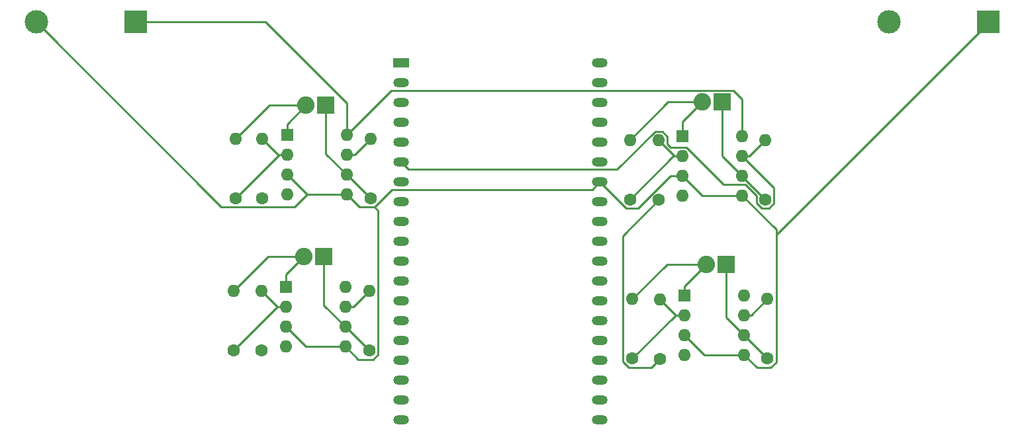
<source format=gbr>
%TF.GenerationSoftware,KiCad,Pcbnew,(7.0.0-0)*%
%TF.CreationDate,2023-03-03T08:57:52+01:00*%
%TF.ProjectId,sensor_circuit_board_esp32,73656e73-6f72-45f6-9369-72637569745f,rev?*%
%TF.SameCoordinates,Original*%
%TF.FileFunction,Copper,L2,Bot*%
%TF.FilePolarity,Positive*%
%FSLAX46Y46*%
G04 Gerber Fmt 4.6, Leading zero omitted, Abs format (unit mm)*
G04 Created by KiCad (PCBNEW (7.0.0-0)) date 2023-03-03 08:57:52*
%MOMM*%
%LPD*%
G01*
G04 APERTURE LIST*
%TA.AperFunction,ComponentPad*%
%ADD10C,1.600000*%
%TD*%
%TA.AperFunction,ComponentPad*%
%ADD11O,1.600000X1.600000*%
%TD*%
%TA.AperFunction,ComponentPad*%
%ADD12R,3.000000X3.000000*%
%TD*%
%TA.AperFunction,ComponentPad*%
%ADD13C,3.000000*%
%TD*%
%TA.AperFunction,ComponentPad*%
%ADD14R,1.600000X1.600000*%
%TD*%
%TA.AperFunction,ComponentPad*%
%ADD15R,2.000000X1.200000*%
%TD*%
%TA.AperFunction,ComponentPad*%
%ADD16O,2.000000X1.200000*%
%TD*%
%TA.AperFunction,ComponentPad*%
%ADD17R,2.240000X2.240000*%
%TD*%
%TA.AperFunction,ComponentPad*%
%ADD18O,2.240000X2.240000*%
%TD*%
%TA.AperFunction,Conductor*%
%ADD19C,0.250000*%
%TD*%
G04 APERTURE END LIST*
D10*
%TO.P,R6,1*%
%TO.N,Net-(U5-3V3)*%
X165918000Y-94892000D03*
D11*
%TO.P,R6,2*%
%TO.N,Net-(U3A--)*%
X165917999Y-87271999D03*
%TD*%
D12*
%TO.P,BT1,1,+*%
%TO.N,Net-(BT1-+)*%
X98979999Y-72099999D03*
D13*
%TO.P,BT1,2,-*%
%TO.N,Net-(BT1--)*%
X86280000Y-72100000D03*
%TD*%
D10*
%TO.P,R12,1*%
%TO.N,Net-(U4B--)*%
X179810000Y-115220000D03*
D11*
%TO.P,R12,2*%
%TO.N,Net-(U5-VDET_1{slash}GPIO34{slash}ADC1_CH6)*%
X179809999Y-107599999D03*
%TD*%
D14*
%TO.P,U1,1*%
%TO.N,Net-(R2-Pad2)*%
X118369999Y-86559999D03*
D11*
%TO.P,U1,2,-*%
%TO.N,Net-(U1A--)*%
X118369999Y-89099999D03*
%TO.P,U1,3,+*%
%TO.N,Net-(BT1--)*%
X118369999Y-91639999D03*
%TO.P,U1,4,V-*%
%TO.N,Net-(BT2--)*%
X118369999Y-94179999D03*
%TO.P,U1,5,+*%
%TO.N,Net-(BT1--)*%
X125989999Y-94179999D03*
%TO.P,U1,6,-*%
%TO.N,Net-(U1B--)*%
X125989999Y-91639999D03*
%TO.P,U1,7*%
%TO.N,Net-(U5-32K_XN{slash}GPIO33{slash}ADC1_CH5)*%
X125989999Y-89099999D03*
%TO.P,U1,8,V+*%
%TO.N,Net-(BT1-+)*%
X125989999Y-86559999D03*
%TD*%
D10*
%TO.P,R5,1*%
%TO.N,Net-(U2A--)*%
X111552000Y-114188000D03*
D11*
%TO.P,R5,2*%
%TO.N,Net-(R5-Pad2)*%
X111551999Y-106567999D03*
%TD*%
D15*
%TO.P,U5,1,3V3*%
%TO.N,Net-(U5-3V3)*%
X132989999Y-77366559D03*
D16*
%TO.P,U5,2,CHIP_PU*%
%TO.N,unconnected-(U5-CHIP_PU-Pad2)*%
X132989999Y-79906559D03*
%TO.P,U5,3,SENSOR_VP/GPIO36/ADC1_CH0*%
%TO.N,unconnected-(U5-SENSOR_VP{slash}GPIO36{slash}ADC1_CH0-Pad3)*%
X132989999Y-82446559D03*
%TO.P,U5,4,SENSOR_VN/GPIO39/ADC1_CH3*%
%TO.N,unconnected-(U5-SENSOR_VN{slash}GPIO39{slash}ADC1_CH3-Pad4)*%
X132989999Y-84986559D03*
%TO.P,U5,5,VDET_1/GPIO34/ADC1_CH6*%
%TO.N,Net-(U5-VDET_1{slash}GPIO34{slash}ADC1_CH6)*%
X132989999Y-87526559D03*
%TO.P,U5,6,VDET_2/GPIO35/ADC1_CH7*%
%TO.N,Net-(U5-VDET_2{slash}GPIO35{slash}ADC1_CH7)*%
X132989999Y-90066559D03*
%TO.P,U5,7,32K_XP/GPIO32/ADC1_CH4*%
%TO.N,Net-(U5-32K_XP{slash}GPIO32{slash}ADC1_CH4)*%
X132989999Y-92606559D03*
%TO.P,U5,8,32K_XN/GPIO33/ADC1_CH5*%
%TO.N,Net-(U5-32K_XN{slash}GPIO33{slash}ADC1_CH5)*%
X132989999Y-95146559D03*
%TO.P,U5,9,DAC_1/ADC2_CH8/GPIO25*%
%TO.N,unconnected-(U5-DAC_1{slash}ADC2_CH8{slash}GPIO25-Pad9)*%
X132989999Y-97686559D03*
%TO.P,U5,10,DAC_2/ADC2_CH9/GPIO26*%
%TO.N,unconnected-(U5-DAC_2{slash}ADC2_CH9{slash}GPIO26-Pad10)*%
X132989999Y-100226559D03*
%TO.P,U5,11,ADC2_CH7/GPIO27*%
%TO.N,unconnected-(U5-ADC2_CH7{slash}GPIO27-Pad11)*%
X132989999Y-102766559D03*
%TO.P,U5,12,MTMS/GPIO14/ADC2_CH6*%
%TO.N,unconnected-(U5-MTMS{slash}GPIO14{slash}ADC2_CH6-Pad12)*%
X132989999Y-105306559D03*
%TO.P,U5,13,\u002AMTDI/GPIO12/ADC2_CH5*%
%TO.N,unconnected-(U5-\u002AMTDI{slash}GPIO12{slash}ADC2_CH5-Pad13)*%
X132989999Y-107846559D03*
%TO.P,U5,14,GND*%
%TO.N,unconnected-(U5-GND-Pad14)*%
X132989999Y-110386559D03*
%TO.P,U5,15,MTCK/GPIO13/ADC2_CH4*%
%TO.N,unconnected-(U5-MTCK{slash}GPIO13{slash}ADC2_CH4-Pad15)*%
X132989999Y-112926559D03*
%TO.P,U5,16,SD_DATA2/GPIO9*%
%TO.N,unconnected-(U5-SD_DATA2{slash}GPIO9-Pad16)*%
X132989999Y-115466559D03*
%TO.P,U5,17,SD_DATA3/GPIO10*%
%TO.N,unconnected-(U5-SD_DATA3{slash}GPIO10-Pad17)*%
X132989999Y-118006559D03*
%TO.P,U5,18,CMD*%
%TO.N,unconnected-(U5-CMD-Pad18)*%
X132989999Y-120546559D03*
%TO.P,U5,19,5V*%
%TO.N,unconnected-(U5-5V-Pad19)*%
X132989999Y-123086559D03*
%TO.P,U5,20,SD_CLK/GPIO6*%
%TO.N,unconnected-(U5-SD_CLK{slash}GPIO6-Pad20)*%
X158386319Y-123083839D03*
%TO.P,U5,21,SD_DATA0/GPIO7*%
%TO.N,unconnected-(U5-SD_DATA0{slash}GPIO7-Pad21)*%
X158386319Y-120543839D03*
%TO.P,U5,22,SD_DATA1/GPIO8*%
%TO.N,unconnected-(U5-SD_DATA1{slash}GPIO8-Pad22)*%
X158389999Y-118006559D03*
%TO.P,U5,23,\u002AMTDO/GPIO15/ADC2_CH3*%
%TO.N,unconnected-(U5-\u002AMTDO{slash}GPIO15{slash}ADC2_CH3-Pad23)*%
X158389999Y-115466559D03*
%TO.P,U5,24,ADC2_CH2/\u002AGPIO2*%
%TO.N,unconnected-(U5-ADC2_CH2{slash}\u002AGPIO2-Pad24)*%
X158389999Y-112926559D03*
%TO.P,U5,25,\u002AGPIO0/BOOT/ADC2_CH1*%
%TO.N,unconnected-(U5-\u002AGPIO0{slash}BOOT{slash}ADC2_CH1-Pad25)*%
X158389999Y-110386559D03*
%TO.P,U5,26,ADC2_CH0/GPIO4*%
%TO.N,unconnected-(U5-ADC2_CH0{slash}GPIO4-Pad26)*%
X158389999Y-107846559D03*
%TO.P,U5,27,GPIO16*%
%TO.N,unconnected-(U5-GPIO16-Pad27)*%
X158389999Y-105306559D03*
%TO.P,U5,28,GPIO17*%
%TO.N,unconnected-(U5-GPIO17-Pad28)*%
X158389999Y-102766559D03*
%TO.P,U5,29,\u002AGPIO5*%
%TO.N,unconnected-(U5-\u002AGPIO5-Pad29)*%
X158389999Y-100226559D03*
%TO.P,U5,30,GPIO18*%
%TO.N,unconnected-(U5-GPIO18-Pad30)*%
X158389999Y-97686559D03*
%TO.P,U5,31,GPIO19*%
%TO.N,unconnected-(U5-GPIO19-Pad31)*%
X158389999Y-95146559D03*
%TO.P,U5,32,GND*%
%TO.N,Net-(BT1--)*%
X158389999Y-92606559D03*
%TO.P,U5,33,GPIO21*%
%TO.N,unconnected-(U5-GPIO21-Pad33)*%
X158389999Y-90066559D03*
%TO.P,U5,34,U0RXD/GPIO3*%
%TO.N,unconnected-(U5-U0RXD{slash}GPIO3-Pad34)*%
X158389999Y-87526559D03*
%TO.P,U5,35,U0TXD/GPIO1*%
%TO.N,unconnected-(U5-U0TXD{slash}GPIO1-Pad35)*%
X158389999Y-84986559D03*
%TO.P,U5,36,GPIO22*%
%TO.N,unconnected-(U5-GPIO22-Pad36)*%
X158389999Y-82446559D03*
%TO.P,U5,37,GPIO23*%
%TO.N,unconnected-(U5-GPIO23-Pad37)*%
X158389999Y-79906559D03*
%TO.P,U5,38,GND*%
%TO.N,unconnected-(U5-GND-Pad38)*%
X158389999Y-77366559D03*
%TD*%
D10*
%TO.P,R3,1*%
%TO.N,Net-(U5-3V3)*%
X115132000Y-114178000D03*
D11*
%TO.P,R3,2*%
%TO.N,Net-(U2A--)*%
X115131999Y-106557999D03*
%TD*%
D14*
%TO.P,U4,1*%
%TO.N,Net-(R11-Pad2)*%
X169209999Y-107129999D03*
D11*
%TO.P,U4,2,-*%
%TO.N,Net-(U4A--)*%
X169209999Y-109669999D03*
%TO.P,U4,3,+*%
%TO.N,Net-(BT1--)*%
X169209999Y-112209999D03*
%TO.P,U4,4,V-*%
%TO.N,Net-(BT2--)*%
X169209999Y-114749999D03*
%TO.P,U4,5,+*%
%TO.N,Net-(BT1--)*%
X176829999Y-114749999D03*
%TO.P,U4,6,-*%
%TO.N,Net-(U4B--)*%
X176829999Y-112209999D03*
%TO.P,U4,7*%
%TO.N,Net-(U5-VDET_1{slash}GPIO34{slash}ADC1_CH6)*%
X176829999Y-109669999D03*
%TO.P,U4,8,V+*%
%TO.N,Net-(BT1-+)*%
X176829999Y-107129999D03*
%TD*%
D10*
%TO.P,R10,1*%
%TO.N,Net-(U3B--)*%
X179548000Y-94852000D03*
D11*
%TO.P,R10,2*%
%TO.N,Net-(U5-VDET_2{slash}GPIO35{slash}ADC1_CH7)*%
X179547999Y-87231999D03*
%TD*%
D10*
%TO.P,R4,1*%
%TO.N,Net-(U1B--)*%
X129100000Y-94690000D03*
D11*
%TO.P,R4,2*%
%TO.N,Net-(U5-32K_XN{slash}GPIO33{slash}ADC1_CH5)*%
X129099999Y-87069999D03*
%TD*%
D14*
%TO.P,U2,1*%
%TO.N,Net-(R5-Pad2)*%
X118219999Y-106059999D03*
D11*
%TO.P,U2,2,-*%
%TO.N,Net-(U2A--)*%
X118219999Y-108599999D03*
%TO.P,U2,3,+*%
%TO.N,Net-(BT1--)*%
X118219999Y-111139999D03*
%TO.P,U2,4,V-*%
%TO.N,Net-(BT2--)*%
X118219999Y-113679999D03*
%TO.P,U2,5,+*%
%TO.N,Net-(BT1--)*%
X125839999Y-113679999D03*
%TO.P,U2,6,-*%
%TO.N,Net-(U2B--)*%
X125839999Y-111139999D03*
%TO.P,U2,7*%
%TO.N,Net-(U5-32K_XP{slash}GPIO32{slash}ADC1_CH4)*%
X125839999Y-108599999D03*
%TO.P,U2,8,V+*%
%TO.N,Net-(BT1-+)*%
X125839999Y-106059999D03*
%TD*%
D10*
%TO.P,R11,1*%
%TO.N,Net-(U4A--)*%
X162520000Y-115230000D03*
D11*
%TO.P,R11,2*%
%TO.N,Net-(R11-Pad2)*%
X162519999Y-107609999D03*
%TD*%
D12*
%TO.P,BT2,1,+*%
%TO.N,Net-(BT1--)*%
X208039999Y-72129999D03*
D13*
%TO.P,BT2,2,-*%
%TO.N,Net-(BT2--)*%
X195340000Y-72130000D03*
%TD*%
D10*
%TO.P,R9,1*%
%TO.N,Net-(U5-3V3)*%
X166060000Y-115240000D03*
D11*
%TO.P,R9,2*%
%TO.N,Net-(U4A--)*%
X166059999Y-107619999D03*
%TD*%
D17*
%TO.P,Rs4,1*%
%TO.N,Net-(U4B--)*%
X174539999Y-103159999D03*
D18*
%TO.P,Rs4,2*%
%TO.N,Net-(R11-Pad2)*%
X171999999Y-103159999D03*
%TD*%
D10*
%TO.P,R1,1*%
%TO.N,Net-(U5-3V3)*%
X115150000Y-94670000D03*
D11*
%TO.P,R1,2*%
%TO.N,Net-(U1A--)*%
X115149999Y-87049999D03*
%TD*%
D17*
%TO.P,Rs1,1*%
%TO.N,Net-(U1B--)*%
X123339999Y-82749999D03*
D18*
%TO.P,Rs1,2*%
%TO.N,Net-(R2-Pad2)*%
X120799999Y-82749999D03*
%TD*%
D10*
%TO.P,R2,1*%
%TO.N,Net-(U1A--)*%
X111820000Y-94670000D03*
D11*
%TO.P,R2,2*%
%TO.N,Net-(R2-Pad2)*%
X111819999Y-87049999D03*
%TD*%
D10*
%TO.P,R7,1*%
%TO.N,Net-(U2B--)*%
X128912000Y-114218000D03*
D11*
%TO.P,R7,2*%
%TO.N,Net-(U5-32K_XP{slash}GPIO32{slash}ADC1_CH4)*%
X128911999Y-106597999D03*
%TD*%
D14*
%TO.P,U3,1*%
%TO.N,Net-(R8-Pad2)*%
X168969999Y-86749999D03*
D11*
%TO.P,U3,2,-*%
%TO.N,Net-(U3A--)*%
X168969999Y-89289999D03*
%TO.P,U3,3,+*%
%TO.N,Net-(BT1--)*%
X168969999Y-91829999D03*
%TO.P,U3,4,V-*%
%TO.N,Net-(BT2--)*%
X168969999Y-94369999D03*
%TO.P,U3,5,+*%
%TO.N,Net-(BT1--)*%
X176589999Y-94369999D03*
%TO.P,U3,6,-*%
%TO.N,Net-(U3B--)*%
X176589999Y-91829999D03*
%TO.P,U3,7*%
%TO.N,Net-(U5-VDET_2{slash}GPIO35{slash}ADC1_CH7)*%
X176589999Y-89289999D03*
%TO.P,U3,8,V+*%
%TO.N,Net-(BT1-+)*%
X176589999Y-86749999D03*
%TD*%
D17*
%TO.P,Rs2,1*%
%TO.N,Net-(U2B--)*%
X123091999Y-102147999D03*
D18*
%TO.P,Rs2,2*%
%TO.N,Net-(R5-Pad2)*%
X120551999Y-102147999D03*
%TD*%
D17*
%TO.P,Rs3,1*%
%TO.N,Net-(U3B--)*%
X174047999Y-82331999D03*
D18*
%TO.P,Rs3,2*%
%TO.N,Net-(R8-Pad2)*%
X171507999Y-82331999D03*
%TD*%
D10*
%TO.P,R8,1*%
%TO.N,Net-(U3A--)*%
X162228000Y-94852000D03*
D11*
%TO.P,R8,2*%
%TO.N,Net-(R8-Pad2)*%
X162227999Y-87231999D03*
%TD*%
D19*
%TO.N,Net-(BT1-+)*%
X115580000Y-72100000D02*
X98980000Y-72100000D01*
X125990000Y-86560000D02*
X125990000Y-82510000D01*
X125990000Y-82510000D02*
X115580000Y-72100000D01*
X131663000Y-80887000D02*
X175493000Y-80887000D01*
X125990000Y-86560000D02*
X131663000Y-80887000D01*
X176590000Y-81984000D02*
X176590000Y-86750000D01*
X175493000Y-80887000D02*
X176590000Y-81984000D01*
%TO.N,Net-(BT1--)*%
X130037000Y-114683991D02*
X130037000Y-96286009D01*
X158390000Y-92606560D02*
X161760440Y-95977000D01*
X120910000Y-94180000D02*
X118370000Y-91640000D01*
X176590000Y-94370000D02*
X180935000Y-98715000D01*
X180935000Y-115685991D02*
X180200991Y-116420000D01*
X127503000Y-115343000D02*
X129377991Y-115343000D01*
X163242009Y-95977000D02*
X167389009Y-91830000D01*
X109975000Y-95795000D02*
X119295000Y-95795000D01*
X120760000Y-113680000D02*
X118220000Y-111140000D01*
X208040000Y-72285000D02*
X180935000Y-99390000D01*
X167389009Y-91830000D02*
X168970000Y-91830000D01*
X119295000Y-95795000D02*
X120910000Y-94180000D01*
X125840000Y-113680000D02*
X120760000Y-113680000D01*
X176590000Y-94370000D02*
X171510000Y-94370000D01*
X171750000Y-114750000D02*
X169210000Y-112210000D01*
X161760440Y-95977000D02*
X163242009Y-95977000D01*
X171510000Y-94370000D02*
X168970000Y-91830000D01*
X125840000Y-113680000D02*
X127503000Y-115343000D01*
X125990000Y-94180000D02*
X120910000Y-94180000D01*
X208040000Y-72130000D02*
X208040000Y-72285000D01*
X129565991Y-95815000D02*
X127625000Y-95815000D01*
X180935000Y-98715000D02*
X180935000Y-99390000D01*
X157431560Y-93565000D02*
X131815991Y-93565000D01*
X127625000Y-95815000D02*
X125990000Y-94180000D01*
X178500000Y-116420000D02*
X176830000Y-114750000D01*
X129377991Y-115343000D02*
X130037000Y-114683991D01*
X158390000Y-92606560D02*
X157431560Y-93565000D01*
X180200991Y-116420000D02*
X178500000Y-116420000D01*
X176830000Y-114750000D02*
X171750000Y-114750000D01*
X130037000Y-96286009D02*
X129565991Y-95815000D01*
X86280000Y-72100000D02*
X109975000Y-95795000D01*
X180935000Y-99390000D02*
X180935000Y-115685991D01*
X131815991Y-93565000D02*
X129565991Y-95815000D01*
%TO.N,Net-(U5-3V3)*%
X161320000Y-99490000D02*
X165918000Y-94892000D01*
X166060000Y-115240000D02*
X164945000Y-116355000D01*
X161320000Y-115620991D02*
X161320000Y-99490000D01*
X162054009Y-116355000D02*
X161320000Y-115620991D01*
X164945000Y-116355000D02*
X162054009Y-116355000D01*
%TO.N,Net-(U1A--)*%
X117200000Y-89100000D02*
X115150000Y-87050000D01*
X117390000Y-89100000D02*
X118370000Y-89100000D01*
X118370000Y-89100000D02*
X117200000Y-89100000D01*
X111820000Y-94670000D02*
X117390000Y-89100000D01*
%TO.N,Net-(R2-Pad2)*%
X111820000Y-87050000D02*
X116120000Y-82750000D01*
X118370000Y-86560000D02*
X118370000Y-85180000D01*
X118370000Y-85180000D02*
X120800000Y-82750000D01*
X116120000Y-82750000D02*
X120800000Y-82750000D01*
%TO.N,Net-(U2A--)*%
X111552000Y-114188000D02*
X117140000Y-108600000D01*
X117174000Y-108600000D02*
X118220000Y-108600000D01*
X117140000Y-108600000D02*
X118220000Y-108600000D01*
X115132000Y-106558000D02*
X117174000Y-108600000D01*
%TO.N,Net-(U1B--)*%
X123340000Y-88990000D02*
X125990000Y-91640000D01*
X126050000Y-91640000D02*
X125990000Y-91640000D01*
X123340000Y-82750000D02*
X123340000Y-88990000D01*
X129100000Y-94690000D02*
X126050000Y-91640000D01*
%TO.N,Net-(U5-32K_XN{slash}GPIO33{slash}ADC1_CH5)*%
X129100000Y-87070000D02*
X127070000Y-89100000D01*
X127070000Y-89100000D02*
X125990000Y-89100000D01*
%TO.N,Net-(R5-Pad2)*%
X115972000Y-102148000D02*
X120552000Y-102148000D01*
X118220000Y-104480000D02*
X120552000Y-102148000D01*
X111552000Y-106568000D02*
X115972000Y-102148000D01*
X118220000Y-106060000D02*
X118220000Y-104480000D01*
%TO.N,Net-(U3A--)*%
X167790000Y-89290000D02*
X168100000Y-89290000D01*
X165918000Y-87272000D02*
X167936000Y-89290000D01*
X162228000Y-94852000D02*
X167790000Y-89290000D01*
X167936000Y-89290000D02*
X168100000Y-89290000D01*
X168100000Y-89290000D02*
X168970000Y-89290000D01*
%TO.N,Net-(U2B--)*%
X123092000Y-102148000D02*
X123092000Y-108392000D01*
X123092000Y-108392000D02*
X125840000Y-111140000D01*
X125840000Y-111146000D02*
X125840000Y-111140000D01*
X128912000Y-114218000D02*
X125840000Y-111146000D01*
%TO.N,Net-(U5-32K_XP{slash}GPIO32{slash}ADC1_CH4)*%
X128912000Y-106598000D02*
X126910000Y-108600000D01*
X126910000Y-108600000D02*
X125840000Y-108600000D01*
%TO.N,Net-(R8-Pad2)*%
X162228000Y-87232000D02*
X167128000Y-82332000D01*
X168970000Y-84870000D02*
X171508000Y-82332000D01*
X167128000Y-82332000D02*
X171508000Y-82332000D01*
X168970000Y-86750000D02*
X168970000Y-84870000D01*
%TO.N,Net-(U4A--)*%
X168080000Y-109670000D02*
X169210000Y-109670000D01*
X162520000Y-115230000D02*
X168080000Y-109670000D01*
X168110000Y-109670000D02*
X169210000Y-109670000D01*
X166060000Y-107620000D02*
X168110000Y-109670000D01*
%TO.N,Net-(U3B--)*%
X179548000Y-94852000D02*
X176590000Y-91894000D01*
X174048000Y-82332000D02*
X174048000Y-89288000D01*
X174048000Y-89288000D02*
X176590000Y-91830000D01*
X176590000Y-91894000D02*
X176590000Y-91830000D01*
%TO.N,Net-(U5-VDET_2{slash}GPIO35{slash}ADC1_CH7)*%
X167470009Y-88165000D02*
X169435991Y-88165000D01*
X178423000Y-94386009D02*
X178423000Y-95317991D01*
X176991991Y-92955000D02*
X178423000Y-94386009D01*
X167043000Y-87737991D02*
X167470009Y-88165000D01*
X166383991Y-86147000D02*
X167043000Y-86806009D01*
X179548000Y-87232000D02*
X177490000Y-89290000D01*
X180013991Y-95977000D02*
X180673000Y-95317991D01*
X178423000Y-95317991D02*
X179082009Y-95977000D01*
X160607449Y-90991560D02*
X165452009Y-86147000D01*
X177490000Y-89290000D02*
X176590000Y-89290000D01*
X133915000Y-90991560D02*
X160607449Y-90991560D01*
X167043000Y-86806009D02*
X167043000Y-87737991D01*
X174225991Y-92955000D02*
X176991991Y-92955000D01*
X180673000Y-93373000D02*
X176590000Y-89290000D01*
X180673000Y-95317991D02*
X180673000Y-93373000D01*
X132990000Y-90066560D02*
X133915000Y-90991560D01*
X169435991Y-88165000D02*
X174225991Y-92955000D01*
X165452009Y-86147000D02*
X166383991Y-86147000D01*
X179082009Y-95977000D02*
X180013991Y-95977000D01*
%TO.N,Net-(R11-Pad2)*%
X166970000Y-103160000D02*
X172000000Y-103160000D01*
X162520000Y-107610000D02*
X166970000Y-103160000D01*
X169210000Y-105950000D02*
X172000000Y-103160000D01*
X169210000Y-107130000D02*
X169210000Y-105950000D01*
%TO.N,Net-(U4B--)*%
X174540000Y-109920000D02*
X176830000Y-112210000D01*
X176830000Y-112240000D02*
X176830000Y-112210000D01*
X174540000Y-103160000D02*
X174540000Y-109920000D01*
X179810000Y-115220000D02*
X176830000Y-112240000D01*
%TO.N,Net-(U5-VDET_1{slash}GPIO34{slash}ADC1_CH6)*%
X177740000Y-109670000D02*
X176830000Y-109670000D01*
X179810000Y-107600000D02*
X177740000Y-109670000D01*
%TD*%
M02*

</source>
